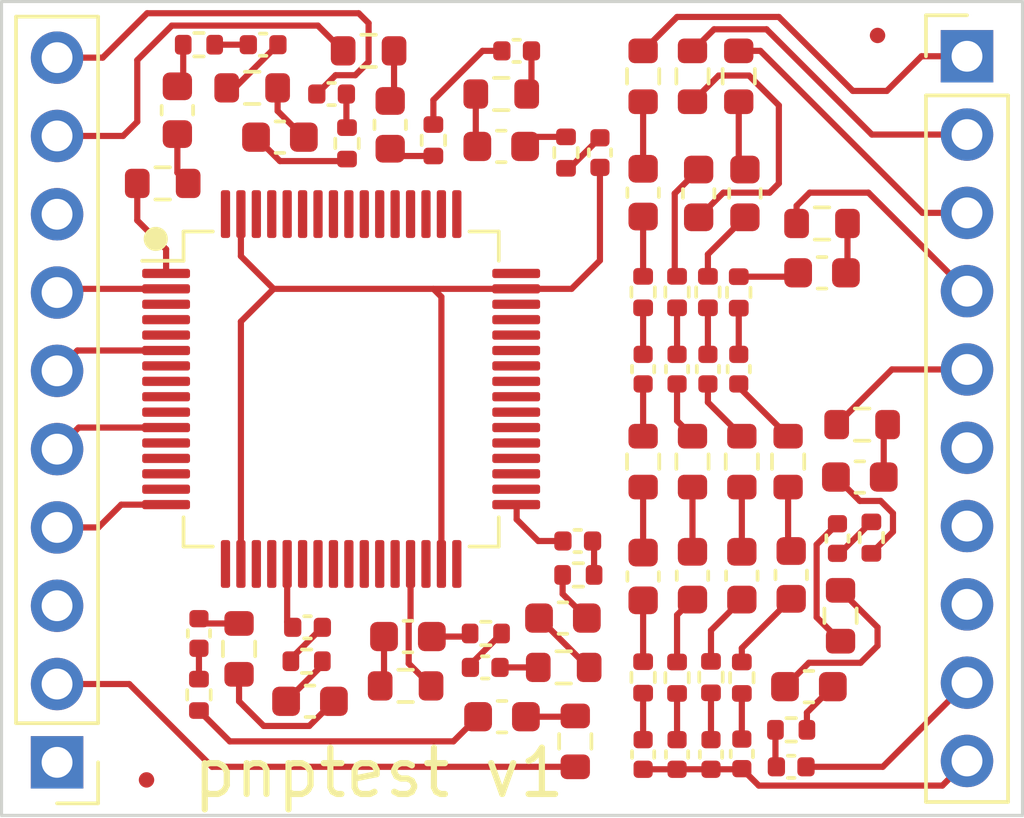
<source format=kicad_pcb>
(kicad_pcb (version 20221018) (generator pcbnew)
  (layers (0 "F.Cu" signal) (31 "B.Cu" signal) (34 "B.Paste" user) (35 "F.Paste" user) (36 "B.SilkS" user "B.Silkscreen") (37 "F.SilkS" user "F.Silkscreen") (38 "B.Mask" user) (39 "F.Mask" user) (44 "Edge.Cuts" user))
  (net 0 "")
  (net 1 "Net-(C1-Pad2)")
  (net 2 "Net-(C2-Pad1)")
  (net 3 "Net-(C2-Pad2)")
  (net 4 "Net-(C3-Pad1)")
  (net 5 "Net-(C3-Pad2)")
  (net 6 "Net-(C4-Pad1)")
  (net 7 "Net-(C4-Pad2)")
  (net 8 "Net-(C5-Pad2)")
  (net 9 "Net-(C6-Pad1)")
  (net 10 "Net-(C6-Pad2)")
  (net 11 "Net-(C7-Pad1)")
  (net 12 "Net-(C7-Pad2)")
  (net 13 "Net-(C8-Pad1)")
  (net 14 "Net-(C8-Pad2)")
  (net 15 "Net-(C9-Pad2)")
  (net 16 "Net-(C10-Pad1)")
  (net 17 "Net-(C10-Pad2)")
  (net 18 "Net-(C11-Pad1)")
  (net 19 "Net-(C11-Pad2)")
  (net 20 "Net-(C12-Pad1)")
  (net 21 "Net-(C12-Pad2)")
  (net 22 "Net-(C13-Pad2)")
  (net 23 "Net-(C14-Pad1)")
  (net 24 "Net-(C14-Pad2)")
  (net 25 "Net-(C15-Pad1)")
  (net 26 "Net-(C15-Pad2)")
  (net 27 "Net-(C16-Pad1)")
  (net 28 "Net-(C16-Pad2)")
  (net 29 "Net-(C17-Pad2)")
  (net 30 "Net-(C18-Pad1)")
  (net 31 "Net-(C18-Pad2)")
  (net 32 "Net-(C19-Pad1)")
  (net 33 "Net-(C19-Pad2)")
  (net 34 "Net-(C20-Pad1)")
  (net 35 "Net-(C20-Pad2)")
  (net 36 "Net-(C21-Pad2)")
  (net 37 "Net-(C22-Pad1)")
  (net 38 "Net-(C22-Pad2)")
  (net 39 "Net-(C23-Pad1)")
  (net 40 "Net-(C23-Pad2)")
  (net 41 "Net-(C24-Pad1)")
  (net 42 "Net-(C24-Pad2)")
  (net 43 "Net-(C25-Pad2)")
  (net 44 "Net-(C26-Pad1)")
  (net 45 "Net-(C26-Pad2)")
  (net 46 "Net-(C27-Pad1)")
  (net 47 "Net-(C27-Pad2)")
  (net 48 "Net-(C28-Pad1)")
  (net 49 "Net-(C28-Pad2)")
  (net 50 "Net-(C29-Pad2)")
  (net 51 "Net-(C30-Pad1)")
  (net 52 "Net-(C30-Pad2)")
  (net 53 "Net-(C31-Pad1)")
  (net 54 "Net-(C31-Pad2)")
  (net 55 "Net-(C32-Pad1)")
  (net 56 "Net-(C32-Pad2)")
  (net 57 "Net-(C33-Pad2)")
  (net 58 "Net-(C34-Pad1)")
  (net 59 "Net-(C34-Pad2)")
  (net 60 "Net-(C35-Pad1)")
  (net 61 "Net-(C35-Pad2)")
  (net 62 "Net-(C36-Pad1)")
  (net 63 "Net-(C36-Pad2)")
  (net 122 "/21")
  (net 127 "/x2")
  (net 128 "/Ax10")
  (net 129 "/Ax9")
  (net 130 "/Ax5")
  (net 131 "/Ax4")
  (net 132 "/Ax1")
  (net 133 "/Ax2")
  (net 134 "/Ax3")
  (net 135 "GND")
  (net 136 "/Bx10")
  (net 137 "/Bx9")
  (net 138 "/1")
  (net 139 "/2")
  (net 140 "/6")
  (net 141 "/5")
  (net 142 "/4")
  (footprint "Capacitor_SMD:C_0603_1608Metric" (layer "F.Cu") (at 168.8 89.5)
    (fp_text reference "C16" hide)
    (fp_text value "0.1uF" hide)
  )
  (footprint "Capacitor_SMD:C_0402_1005Metric" (layer "F.Cu") (at 165.2 105.125 90)
    (fp_text reference "C33" hide)
    (fp_text value "0.1uF 20% 50V" hide)
  )
  (footprint "Capacitor_SMD:C_0402_1005Metric" (layer "F.Cu") (at 164.1 105.125 90)
    (fp_text reference "C29" hide)
    (fp_text value "0.1uF 2%" hide)
  )
  (footprint "Capacitor_SMD:C_0402_1005Metric" (layer "F.Cu") (at 161.6 85.6 90)
    (fp_text reference "C21" hide)
    (fp_text value "0.1uF 3nH" hide)
  )
  (footprint "Capacitor_SMD:C_0402_1005Metric" (layer "F.Cu") (at 148.6 101.2 -90)
    (fp_text reference "C11" hide)
    (fp_text value "0.1µF 1V X5R" hide)
  )
  (footprint "Capacitor_SMD:C_0603_1608Metric" (layer "F.Cu") (at 154.8 84.7 90)
    (fp_text reference "C24" hide)
    (fp_text value "0.1uF" hide)
  )
  (footprint "Fiducial:Fiducial_0.5mm_Mask1.5mm" (layer "F.Cu") (at 146.9 105.95)
    (fp_text reference "FID1" hide)
    (fp_text value "Fiducial" hide)
  )
  (footprint "Capacitor_SMD:C_0603_1608Metric" (layer "F.Cu") (at 166.2 99.325 90)
    (fp_text reference "C34" hide)
    (fp_text value "0.1uF" hide)
  )
  (footprint "Resistor_SMD:R_0402_1005Metric" (layer "F.Cu") (at 157.9 101.2 180)
    (fp_text reference "R7" hide)
    (fp_text value "10k" hide)
  )
  (footprint "Capacitor_SMD:C_0402_1005Metric" (layer "F.Cu") (at 163 92.625 90)
    (fp_text reference "C27" hide)
    (fp_text value "0.1u" hide)
  )
  (footprint "Connector_PinHeader_2.54mm:PinHeader_1x10_P2.54mm_Vertical" (layer "F.Cu") (at 173.5 82.475)
    (fp_text reference "J2" hide)
    (fp_text value "Conn_01x10_Pin" hide)
  )
  (footprint "Capacitor_SMD:C_0402_1005Metric" (layer "F.Cu") (at 157.88 102.3 180)
    (fp_text reference "C7" hide)
    (fp_text value "0.1uF" hide)
  )
  (footprint "Resistor_SMD:R_0603_1608Metric" (layer "F.Cu") (at 170.1 94.425 180)
    (fp_text reference "R20" hide)
    (fp_text value "10kR" hide)
  )
  (footprint "Capacitor_SMD:C_0402_1005Metric" (layer "F.Cu") (at 165.1 92.625 90)
    (fp_text reference "C35" hide)
    (fp_text value "0.1µ" hide)
  )
  (footprint "Resistor_SMD:R_0402_1005Metric" (layer "F.Cu") (at 165.1 90.125 90)
    (fp_text reference "R35" hide)
    (fp_text value "10kΩ 50V" hide)
  )
  (footprint "Capacitor_SMD:C_0402_1005Metric" (layer "F.Cu") (at 163 105.125 90)
    (fp_text reference "C25" hide)
    (fp_text value "100n" hide)
  )
  (footprint "Resistor_SMD:R_0402_1005Metric" (layer "F.Cu") (at 160.9 99.3 180)
    (fp_text reference "R5" hide)
    (fp_text value "10k" hide)
  )
  (footprint "Capacitor_SMD:C_0402_1005Metric" (layer "F.Cu") (at 164.1 92.625 90)
    (fp_text reference "C31" hide)
    (fp_text value "0.1uF" hide)
  )
  (footprint "Capacitor_SMD:C_0603_1608Metric" (layer "F.Cu") (at 166.3 86.925 90)
    (fp_text reference "C36" hide)
    (fp_text value "0.1uF" hide)
  )
  (footprint "Resistor_SMD:R_0402_1005Metric" (layer "F.Cu") (at 153.4 85.3 -90)
    (fp_text reference "R1" hide)
    (fp_text value "10k 0.0625W 1%" hide)
  )
  (footprint "Capacitor_SMD:C_0603_1608Metric" (layer "F.Cu") (at 163 99.35 90)
    (fp_text reference "C26" hide)
    (fp_text value "0.1uF" hide)
  )
  (footprint "Capacitor_SMD:C_0402_1005Metric" (layer "F.Cu") (at 152.12 101)
    (fp_text reference "C9" hide)
    (fp_text value "100nF 3V" hide)
  )
  (footprint "Resistor_SMD:R_0402_1005Metric" (layer "F.Cu") (at 163 90.125 90)
    (fp_text reference "R27" hide)
    (fp_text value "10000Ω" hide)
  )
  (footprint "Resistor_SMD:R_0603_1608Metric" (layer "F.Cu") (at 158.4 83.7)
    (fp_text reference "R22" hide)
    (fp_text value "10000" hide)
  )
  (footprint "Capacitor_SMD:C_0402_1005Metric" (layer "F.Cu") (at 169.3 98.12 -90)
    (fp_text reference "C19" hide)
    (fp_text value "0.1uF 11% 5V" hide)
  )
  (footprint "Capacitor_SMD:C_0402_1005Metric" (layer "F.Cu") (at 150.68 82.1 180)
    (fp_text reference "C3" hide)
    (fp_text value "0.1uF" hide)
  )
  (footprint "Resistor_SMD:R_0402_1005Metric" (layer "F.Cu") (at 170.4 98.09 -90)
    (fp_text reference "R19" hide)
    (fp_text value "10k" hide)
  )
  (footprint "Capacitor_SMD:C_0603_1608Metric" (layer "F.Cu") (at 151.225 85.1)
    (fp_text reference "C2" hide)
    (fp_text value "0.1uF" hide)
  )
  (footprint "Resistor_SMD:R_0603_1608Metric" (layer "F.Cu") (at 166.2 95.625 90)
    (fp_text reference "R34" hide)
    (fp_text value "10k" hide)
  )
  (footprint "Resistor_SMD:R_0603_1608Metric" (layer "F.Cu") (at 167.7 95.625 90)
    (fp_text reference "R14" hide)
    (fp_text value "10k" hide)
  )
  (footprint "Resistor_SMD:R_0603_1608Metric" (layer "F.Cu") (at 155.3 102.9)
    (fp_text reference "R8" hide)
    (fp_text value "10k" hide)
  )
  (footprint "Resistor_SMD:R_0603_1608Metric" (layer "F.Cu") (at 160.8 104.7 -90)
    (fp_text reference "R12" hide)
    (fp_text value "10k" hide)
  )
  (footprint "Capacitor_SMD:C_0402_1005Metric" (layer "F.Cu") (at 160.88 98.2)
    (fp_text reference "C5" hide)
    (fp_text value "100nF" hide)
  )
  (footprint "Resistor_SMD:R_0402_1005Metric" (layer "F.Cu") (at 166.1 90.135 90)
    (fp_text reference "R15" hide)
    (fp_text value "10k 2W 1% 50kV" hide)
  )
  (footprint "Resistor_SMD:R_0603_1608Metric" (layer "F.Cu") (at 166.1 83.125 90)
    (fp_text reference "R36" hide)
    (fp_text value "10k" hide)
  )
  (footprint "Connector_PinHeader_2.54mm:PinHeader_1x10_P2.54mm_Vertical" (layer "F.Cu") (at 144 105.38 180)
    (fp_text reference "J1" hide)
    (fp_text value "Conn_01x10_Pin" hide)
  )
  (footprint "Capacitor_SMD:C_0402_1005Metric" (layer "F.Cu") (at 166.1 92.625 90)
    (fp_text reference "C15" hide)
    (fp_text value "100nF X5R" hide)
  )
  (footprint "Capacitor_SMD:C_0603_1608Metric" (layer "F.Cu") (at 155.375 101.3 180)
    (fp_text reference "C8" hide)
    (fp_text value "0.1uF X7R 57V" hide)
  )
  (footprint "Resistor_SMD:R_0402_1005Metric" (layer "F.Cu") (at 148.6 103.19 -90)
    (fp_text reference "R11" hide)
    (fp_text value "10k 0.06W" hide)
  )
  (footprint "Resistor_SMD:R_0402_1005Metric" (layer "F.Cu") (at 156.2 85.2 -90)
    (fp_text reference "R23" hide)
    (fp_text value "10k" hide)
  )
  (footprint "Capacitor_SMD:C_0603_1608Metric" (layer "F.Cu") (at 160.4 100.7 180)
    (fp_text reference "C6" hide)
    (fp_text value "0.1uF" hide)
  )
  (footprint "Capacitor_SMD:C_0603_1608Metric" (layer "F.Cu") (at 168.375 102.925 180)
    (fp_text reference "C18" hide)
    (fp_text value "0.1uF" hide)
  )
  (footprint "Resistor_SMD:R_0603_1608Metric" (layer "F.Cu") (at 164.6 95.625 90)
    (fp_text reference "R30" hide)
    (fp_text value "10k" hide)
  )
  (footprint "Resistor_SMD:R_0603_1608Metric" (layer "F.Cu") (at 163 95.625 90)
    (fp_text reference "R26" hide)
    (fp_text value "10k" hide)
  )
  (footprint "Resistor_SMD:R_0603_1608Metric" (layer "F.Cu") (at 149.9 101.7 90)
    (fp_text reference "R10" hide)
    (fp_text value "10k" hide)
  )
  (footprint "Capacitor_SMD:C_0402_1005Metric" (layer "F.Cu") (at 152.9 83.7)
    (fp_text reference "C1" hide)
    (fp_text value "0.1uF" hide)
  )
  (footprint "Resistor_SMD:R_0402_1005Metric" (layer "F.Cu") (at 164.1 90.125 90)
    (fp_text reference "R31" hide)
    (fp_text value "10k 49V" hide)
  )
  (footprint "Capacitor_SMD:C_0603_1608Metric" (layer "F.Cu") (at 163 86.9 90)
    (fp_text reference "C28" hide)
    (fp_text value "0.10001uF" hide)
  )
  (footprint "Capacitor_SMD:C_0603_1608Metric" (layer "F.Cu") (at 164.6 99.325 90)
    (fp_text reference "C30" hide)
    (fp_text value "0.1uF" hide)
  )
  (footprint "Resistor_SMD:R_0402_1005Metric" (layer "F.Cu") (at 152.09 102.1)
    (fp_text reference "R9" hide)
    (fp_text value "10k" hide)
  )
  (footprint "Capacitor_SMD:C_0603_1608Metric" (layer "F.Cu") (at 170.025 96.125)
    (fp_text reference "C20" hide)
    (fp_text value "0.1uF" hide)
  )
  (footprint "Resistor_SMD:R_0402_1005Metric" (layer "F.Cu") (at 148.6 82.1 180)
    (fp_text reference "R3" hide)
    (fp_text value "10k 1%" hide)
  )
  (footprint "Resistor_SMD:R_0603_1608Metric" (layer "F.Cu") (at 147.425 86.6 180)
    (fp_text reference "R4" hide)
    (fp_text value "10k" hide)
  )
  (footprint "Resistor_SMD:R_0603_1608Metric" (layer "F.Cu") (at 154.1 82.3 180)
    (fp_text reference "R24" hide)
    (fp_text value "10k" hide)
  )
  (footprint "Resistor_SMD:R_0402_1005Metric" (layer "F.Cu") (at 165.2 102.615 90)
    (fp_text reference "R33" hide)
    (fp_text value "10k" hide)
  )
  (footprint "Resistor_SMD:R_0402_1005Metric" (layer "F.Cu") (at 164.1 102.635 90)
    (fp_text reference "R29" hide)
    (fp_text value "10k" hide)
  )
  (footprint "Package_QFP:LQFP-64_10x10mm_P0.5mm" (layer "F.Cu") (at 153.21 93.27)
    (fp_text reference "U1" hide)
    (fp_text value "STM32F730R8Tx" hide)
  )
  (footprint "Capacitor_SMD:C_0603_1608Metric" (layer "F.Cu") (at 147.9 84.225 -90)
    (fp_text reference "C4" hide)
    (fp_text value "0.1u" hide)
  )
  (footprint "Capacitor_SMD:C_0603_1608Metric" (layer "F.Cu") (at 158.425 103.9)
    (fp_text reference "C12" hide)
    (fp_text value "0.1uF" hide)
  )
  (footprint "Resistor_SMD:R_0603_1608Metric" (layer "F.Cu") (at 163 83.125 90)
    (fp_text reference "R28" hide)
    (fp_text value "10k" hide)
  )
  (footprint "Capacitor_SMD:C_0603_1608Metric" (layer "F.Cu") (at 164.8 86.925 -90)
    (fp_text reference "C32" hide)
    (fp_text value "0.1uF" hide)
  )
  (footprint "Resistor_SMD:R_0402_1005Metric" (layer "F.Cu") (at 166.2 102.635 90)
    (fp_text reference "R13" hide)
    (fp_text value "10k" hide)
  )
  (footprint "Resistor_SMD:R_0603_1608Metric" (layer "F.Cu") (at 164.6 83.125 90)
    (fp_text reference "R32" hide)
    (fp_text value "10.001k" hide)
  )
  (footprint "Capacitor_SMD:C_0402_1005Metric" (layer "F.Cu") (at 167.8 105.525 180)
    (fp_text reference "C17" hide)
    (fp_text value "0.1uF" hide)
  )
  (footprint "Resistor_SMD:R_0603_1608Metric" (layer "F.Cu") (at 150.325 83.5 180)
    (fp_text reference "R2" hide)
    (fp_text value "10k" hide)
  )
  (footprint "Resistor_SMD:R_0402_1005Metric" (layer "F.Cu") (at 167.8 104.325)
    (fp_text reference "R17" hide)
    (fp_text value "10k" hide)
  )
  (footprint "Capacitor_SMD:C_0603_1608Metric" (layer "F.Cu") (at 158.4 85.4 180)
    (fp_text reference "C22" hide)
    (fp_text value "0.1uF" hide)
  )
  (footprint "Resistor_SMD:R_0402_1005Metric" (layer "F.Cu") (at 160.5 85.6 90)
    (fp_text reference "R21" hide)
    (fp_text value "10k 5% 10ppm" hide)
  )
  (footprint "Capacitor_SMD:C_0603_1608Metric" (layer "F.Cu") (at 167.8 99.3 90)
    (fp_text reference "C14" hide)
    (fp_text value "0.1uF" hide)
  )
  (footprint "Capacitor_SMD:C_0402_1005Metric" (layer "F.Cu") (at 166.2 105.105 90)
    (fp_text reference "C13" hide)
    (fp_text value "0.1uF 5V" hide)
  )
  (footprint "Capacitor_SMD:C_0603_1608Metric" (layer "F.Cu") (at 152.2 103.4)
    (fp_text reference "C10" hide)
    (fp_text value "0.1uF" hide)
  )
  (footprint "Resistor_SMD:R_0603_1608Metric" (layer "F.Cu") (at 169.4 100.625 -90)
    (fp_text reference "R18" hide)
    (fp_text value "10000R" hide)
  )
  (footprint "Resistor_SMD:R_0603_1608Metric" (layer "F.Cu") (at 168.8 87.9 180)
    (fp_text reference "R16" hide)
    (fp_text value "10k" hide)
  )
  (footprint "Capacitor_SMD:C_0402_1005Metric" (layer "F.Cu") (at 158.9 82.3 180)
    (fp_text reference "C23" hide)
    (fp_text value "0.1uF" hide)
  )
  (footprint "Resistor_SMD:R_0402_1005Metric" (layer "F.Cu") (at 163 102.625 90)
    (fp_text reference "R25" hide)
    (fp_text value "10k" hide)
  )
  (footprint "Fiducial:Fiducial_0.5mm_Mask1.5mm" (layer "F.Cu") (at 170.6 81.8)
    (fp_text reference "FID2" hide)
    (fp_text value "Fiducial" hide)
  )
  (footprint "Resistor_SMD:R_0603_1608Metric" (layer "F.Cu") (at 160.425 102.3 180)
    (fp_text reference "R6" hide)
    (fp_text value "10k" hide)
  )
  (gr_circle (center 147.2 88.4) (end 147.516228 88.4) (stroke (width 0.15)) (fill solid) (layer "F.SilkS"))
  (gr_line (start 175.3 107.1) (end 142.2 107.1) (stroke (width 0.1)) (layer "Edge.Cuts"))
  (gr_line (start 142.2 80.7) (end 175.3 80.7) (stroke (width 0.1)) (layer "Edge.Cuts"))
  (gr_line (start 142.2 107.1) (end 142.2 80.7) (stroke (width 0.1)) (layer "Edge.Cuts"))
  (gr_line (start 175.3 80.7) (end 175.3 107.1) (stroke (width 0.1)) (layer "Edge.Cuts"))
  (gr_text "pnptest v1" (at 148.3 106.6) (layer "F.SilkS") (effects (font (size 1.5 1.5) (thickness 0.2)) (justify left bottom)))
  (segment (start 155.46 100.772538) (end 155.4 100.832538) (width 0.2) (layer "F.Cu") (net 0))
  (segment (start 159.6 98.2) (end 158.9 97.5) (width 0.2) (layer "F.Cu") (net 0))
  (segment (start 155.4 102.175) (end 156.125 102.9) (width 0.2) (layer "F.Cu") (net 0))
  (segment (start 155.4 100.832538) (end 155.4 102.175) (width 0.2) (layer "F.Cu") (net 0))
  (segment (start 158.9 97.5) (end 158.9 97.035) (width 0.2) (layer "F.Cu") (net 0))
  (segment (start 158.9 97.035) (end 158.885 97.02) (width 0.2) (layer "F.Cu") (net 0))
  (segment (start 155.46 98.945) (end 155.46 100.772538) (width 0.2) (layer "F.Cu") (net 0))
  (segment (start 160.4 98.2) (end 159.6 98.2) (width 0.2) (layer "F.Cu") (net 0))
  (segment (start 153.38 84.77) (end 153.4 84.79) (width 0.2) (layer "F.Cu") (net 1))
  (segment (start 153.38 83.7) (end 153.38 84.77) (width 0.2) (layer "F.Cu") (net 1))
  (segment (start 153.4 85.81) (end 153.335 85.875) (width 0.2) (layer "F.Cu") (net 2))
  (segment (start 153.335 85.875) (end 151.225 85.875) (width 0.2) (layer "F.Cu") (net 2))
  (segment (start 151.225 85.875) (end 150.45 85.1) (width 0.2) (layer "F.Cu") (net 2))
  (segment (start 151.15 84.25) (end 152 85.1) (width 0.2) (layer "F.Cu") (net 3))
  (segment (start 151.15 83.5) (end 151.15 84.25) (width 0.2) (layer "F.Cu") (net 3))
  (segment (start 149.76 83.5) (end 149.5 83.5) (width 0.2) (layer "F.Cu") (net 4))
  (segment (start 151.16 82.1) (end 149.76 83.5) (width 0.2) (layer "F.Cu") (net 4))
  (segment (start 150.2 82.1) (end 149.11 82.1) (width 0.2) (layer "F.Cu") (net 5))
  (segment (start 148.09 82.1) (end 148.09 83.26) (width 0.2) (layer "F.Cu") (net 6))
  (segment (start 148.09 83.26) (end 147.9 83.45) (width 0.2) (layer "F.Cu") (net 6))
  (segment (start 147.9 85) (end 147.9 86.25) (width 0.2) (layer "F.Cu") (net 7))
  (segment (start 147.9 86.25) (end 148.25 86.6) (width 0.2) (layer "F.Cu") (net 7))
  (segment (start 161.41 98.25) (end 161.36 98.2) (width 0.2) (layer "F.Cu") (net 8))
  (segment (start 161.41 99.3) (end 161.41 98.25) (width 0.2) (layer "F.Cu") (net 8))
  (segment (start 160.39 99.915) (end 161.175 100.7) (width 0.2) (layer "F.Cu") (net 9))
  (segment (start 160.39 99.3) (end 160.39 99.915) (width 0.2) (layer "F.Cu") (net 9))
  (segment (start 161.225 102.3) (end 159.625 100.7) (width 0.2) (layer "F.Cu") (net 10))
  (segment (start 161.25 102.3) (end 161.225 102.3) (width 0.2) (layer "F.Cu") (net 10))
  (segment (start 158.36 102.3) (end 159.6 102.3) (width 0.2) (layer "F.Cu") (net 11))
  (segment (start 157.4 102.21) (end 158.41 101.2) (width 0.2) (layer "F.Cu") (net 12))
  (segment (start 157.4 102.3) (end 157.4 102.21) (width 0.2) (layer "F.Cu") (net 12))
  (segment (start 157.29 101.3) (end 157.39 101.2) (width 0.2) (layer "F.Cu") (net 13))
  (segment (start 156.15 101.3) (end 157.29 101.3) (width 0.2) (layer "F.Cu") (net 13))
  (segment (start 154.6 101.3) (end 154.6 102.775) (width 0.2) (layer "F.Cu") (net 14))
  (segment (start 154.6 102.775) (end 154.475 102.9) (width 0.2) (layer "F.Cu") (net 14))
  (segment (start 151.58 102.1) (end 151.58 102.02) (width 0.2) (layer "F.Cu") (net 15))
  (segment (start 151.58 102.02) (end 152.6 101) (width 0.2) (layer "F.Cu") (net 15))
  (segment (start 152.6 102.1) (end 152.6 102.225) (width 0.2) (layer "F.Cu") (net 16))
  (segment (start 152.6 102.225) (end 151.425 103.4) (width 0.2) (layer "F.Cu") (net 16))
  (segment (start 149.9 103.4) (end 150.7 104.2) (width 0.2) (layer "F.Cu") (net 17))
  (segment (start 150.7 104.2) (end 152.175 104.2) (width 0.2) (layer "F.Cu") (net 17))
  (segment (start 152.175 104.2) (end 152.975 103.4) (width 0.2) (layer "F.Cu") (net 17))
  (segment (start 149.9 102.525) (end 149.9 103.4) (width 0.2) (layer "F.Cu") (net 17))
  (segment (start 148.755 100.875) (end 148.6 100.72) (width 0.2) (layer "F.Cu") (net 18))
  (segment (start 149.9 100.875) (end 148.755 100.875) (width 0.2) (layer "F.Cu") (net 18))
  (segment (start 148.6 101.68) (end 148.6 102.68) (width 0.2) (layer "F.Cu") (net 19))
  (segment (start 149.6 104.7) (end 148.6 103.7) (width 0.2) (layer "F.Cu") (net 20))
  (segment (start 157.65 103.9) (end 156.85 104.7) (width 0.2) (layer "F.Cu") (net 20))
  (segment (start 156.85 104.7) (end 149.6 104.7) (width 0.2) (layer "F.Cu") (net 20))
  (segment (start 160.775 103.9) (end 160.8 103.875) (width 0.2) (layer "F.Cu") (net 21))
  (segment (start 159.2 103.9) (end 160.775 103.9) (width 0.2) (layer "F.Cu") (net 21))
  (segment (start 166.2 103.145) (end 166.2 104.625) (width 0.2) (layer "F.Cu") (net 22))
  (segment (start 166.2 102.125) (end 166.2 101.675) (width 0.2) (layer "F.Cu") (net 23))
  (segment (start 166.2 101.675) (end 167.8 100.075) (width 0.2) (layer "F.Cu") (net 23))
  (segment (start 167.7 98.425) (end 167.8 98.525) (width 0.2) (layer "F.Cu") (net 24))
  (segment (start 167.7 96.45) (end 167.7 98.425) (width 0.2) (layer "F.Cu") (net 24))
  (segment (start 166.1 93.2) (end 167.7 94.8) (width 0.2) (layer "F.Cu") (net 25))
  (segment (start 166.1 93.105) (end 166.1 93.2) (width 0.2) (layer "F.Cu") (net 25))
  (segment (start 166.1 90.645) (end 166.1 92.145) (width 0.2) (layer "F.Cu") (net 26))
  (segment (start 167.9 89.625) (end 168.025 89.5) (width 0.2) (layer "F.Cu") (net 27))
  (segment (start 166.1 89.625) (end 167.9 89.625) (width 0.2) (layer "F.Cu") (net 27))
  (segment (start 169.625 87.9) (end 169.625 89.45) (width 0.2) (layer "F.Cu") (net 28))
  (segment (start 169.625 89.45) (end 169.575 89.5) (width 0.2) (layer "F.Cu") (net 28))
  (segment (start 167.29 105.495) (end 167.32 105.525) (width 0.2) (layer "F.Cu") (net 29))
  (segment (start 167.29 104.325) (end 167.29 105.495) (width 0.2) (layer "F.Cu") (net 29))
  (segment (start 168.31 104.325) (end 168.31 103.765) (width 0.2) (layer "F.Cu") (net 30))
  (segment (start 168.31 103.765) (end 169.15 102.925) (width 0.2) (layer "F.Cu") (net 30))
  (segment (start 168.375 102.15) (end 170.05 102.15) (width 0.2) (layer "F.Cu") (net 31))
  (segment (start 167.6 102.925) (end 168.375 102.15) (width 0.2) (layer "F.Cu") (net 31))
  (segment (start 170.6 101) (end 169.4 99.8) (width 0.2) (layer "F.Cu") (net 31))
  (segment (start 170.05 102.15) (end 170.6 101.6) (width 0.2) (layer "F.Cu") (net 31))
  (segment (start 170.6 101.6) (end 170.6 101) (width 0.2) (layer "F.Cu") (net 31))
  (segment (start 168.625 98.315) (end 169.3 97.64) (width 0.2) (layer "F.Cu") (net 32))
  (segment (start 169.4 101.45) (end 168.625 100.675) (width 0.2) (layer "F.Cu") (net 32))
  (segment (start 168.625 100.675) (end 168.625 98.315) (width 0.2) (layer "F.Cu") (net 32))
  (segment (start 169.3 98.6) (end 169.38 98.6) (width 0.2) (layer "F.Cu") (net 33))
  (segment (start 169.38 98.6) (end 170.4 97.58) (width 0.2) (layer "F.Cu") (net 33))
  (segment (start 170.025 96.9) (end 169.25 96.125) (width 0.2) (layer "F.Cu") (net 34))
  (segment (start 171.1 97.3) (end 170.7 96.9) (width 0.2) (layer "F.Cu") (net 34))
  (segment (start 170.4 98.6) (end 171.1 97.9) (width 0.2) (layer "F.Cu") (net 34))
  (segment (start 171.1 97.9) (end 171.1 97.3) (width 0.2) (layer "F.Cu") (net 34))
  (segment (start 170.7 96.9) (end 170.025 96.9) (width 0.2) (layer "F.Cu") (net 34))
  (segment (start 170.8 94.55) (end 170.925 94.425) (width 0.2) (layer "F.Cu") (net 35))
  (segment (start 170.8 96.125) (end 170.8 94.55) (width 0.2) (layer "F.Cu") (net 35))
  (segment (start 160.61 86.11) (end 161.6 85.12) (width 0.2) (layer "F.Cu") (net 36))
  (segment (start 160.5 86.11) (end 160.61 86.11) (width 0.2) (layer "F.Cu") (net 36))
  (segment (start 160.5 85.09) (end 159.485 85.09) (width 0.2) (layer "F.Cu") (net 37))
  (segment (start 159.485 85.09) (end 159.175 85.4) (width 0.2) (layer "F.Cu") (net 37))
  (segment (start 157.575 85.35) (end 157.625 85.4) (width 0.2) (layer "F.Cu") (net 38))
  (segment (start 157.575 83.7) (end 157.575 85.35) (width 0.2) (layer "F.Cu") (net 38))
  (segment (start 159.38 83.545) (end 159.225 83.7) (width 0.2) (layer "F.Cu") (net 39))
  (segment (start 159.38 82.3) (end 159.38 83.545) (width 0.2) (layer "F.Cu") (net 39))
  (segment (start 158.42 82.3) (end 157.792893 82.3) (width 0.2) (layer "F.Cu") (net 40))
  (segment (start 157.792893 82.3) (end 156.2 83.892893) (width 0.2) (layer "F.Cu") (net 40))
  (segment (start 156.2 83.892893) (end 156.2 84.69) (width 0.2) (layer "F.Cu") (net 40))
  (segment (start 156.2 85.71) (end 155.035 85.71) (width 0.2) (layer "F.Cu") (net 41))
  (segment (start 155.035 85.71) (end 154.8 85.475) (width 0.2) (layer "F.Cu") (net 41))
  (segment (start 154.925 82.3) (end 154.925 83.8) (width 0.2) (layer "F.Cu") (net 42))
  (segment (start 154.925 83.8) (end 154.8 83.925) (width 0.2) (layer "F.Cu") (net 42))
  (segment (start 163 103.135) (end 163 104.645) (width 0.2) (layer "F.Cu") (net 43))
  (segment (start 163 102.115) (end 163 100.125) (width 0.2) (layer "F.Cu") (net 44))
  (segment (start 163 96.45) (end 163 98.575) (width 0.2) (layer "F.Cu") (net 45))
  (segment (start 163 93.105) (end 163 94.8) (width 0.2) (layer "F.Cu") (net 46))
  (segment (start 163 90.635) (end 163 92.145) (width 0.2) (layer "F.Cu") (net 47))
  (segment (start 163 89.615) (end 163 87.675) (width 0.2) (layer "F.Cu") (net 48))
  (segment (start 163 83.95) (end 163 86.125) (width 0.2) (layer "F.Cu") (net 49))
  (segment (start 164.1 103.145) (end 164.1 104.645) (width 0.2) (layer "F.Cu") (net 50))
  (segment (start 164.1 102.125) (end 164.1 100.6) (width 0.2) (layer "F.Cu") (net 51))
  (segment (start 164.1 100.6) (end 164.6 100.1) (width 0.2) (layer "F.Cu") (net 51))
  (segment (start 164.6 96.45) (end 164.6 98.55) (width 0.2) (layer "F.Cu") (net 52))
  (segment (start 164.1 93.105) (end 164.1 94.3) (width 0.2) (layer "F.Cu") (net 53))
  (segment (start 164.1 94.3) (end 164.6 94.8) (width 0.2) (layer "F.Cu") (net 53))
  (segment (start 164.1 90.635) (end 164.1 92.145) (width 0.2) (layer "F.Cu") (net 54))
  (segment (start 164.025 89.54) (end 164.025 86.925) (width 0.2) (layer "F.Cu") (net 55))
  (segment (start 164.1 89.615) (end 164.025 89.54) (width 0.2) (layer "F.Cu") (net 55))
  (segment (start 164.025 86.925) (end 164.8 86.15) (width 0.2) (layer "F.Cu") (net 55))
  (segment (start 167.4 84.067893) (end 167.4 86.6) (width 0.2) (layer "F.Cu") (net 56))
  (segment (start 164.6 83.95) (end 165.45 83.1) (width 0.2) (layer "F.Cu") (net 56))
  (segment (start 167.1 86.9) (end 165.6 86.9) (width 0.2) (layer "F.Cu") (net 56))
  (segment (start 166.432106 83.1) (end 167.4 84.067893) (width 0.2) (layer "F.Cu") (net 56))
  (segment (start 167.4 86.6) (end 167.1 86.9) (width 0.2) (layer "F.Cu") (net 56))
  (segment (start 165.6 86.9) (end 164.8 87.7) (width 0.2) (layer "F.Cu") (net 56))
  (segment (start 165.45 83.1) (end 166.432106 83.1) (width 0.2) (layer "F.Cu") (net 56))
  (segment (start 165.2 103.125) (end 165.2 104.645) (width 0.2) (layer "F.Cu") (net 57))
  (segment (start 165.2 101.1) (end 166.2 100.1) (width 0.2) (layer "F.Cu") (net 58))
  (segment (start 165.2 102.105) (end 165.2 101.1) (width 0.2) (layer "F.Cu") (net 58))
  (segment (start 166.2 96.45) (end 166.2 98.55) (width 0.2) (layer "F.Cu") (net 59))
  (segment (start 165.1 93.7) (end 166.2 94.8) (width 0.2) (layer "F.Cu") (net 60))
  (segment (start 165.1 93.105) (end 165.1 93.7) (width 0.2) (layer "F.Cu") (net 60))
  (segment (start 165.1 90.635) (end 165.1 92.145) (width 0.2) (layer "F.Cu") (net 61))
  (segment (start 165.1 88.9) (end 166.3 87.7) (width 0.2) (layer "F.Cu") (net 62))
  (segment (start 165.1 89.615) (end 165.1 88.9) (width 0.2) (layer "F.Cu") (net 62))
  (segment (start 166.1 85.95) (end 166.3 86.15) (width 0.2) (layer "F.Cu") (net 63))
  (segment (start 166.1 83.95) (end 166.1 85.95) (width 0.2) (layer "F.Cu") (net 63))
  (segment (start 151.46 98.945) (end 151.46 100.82) (width 0.2) (layer "F.Cu") (net 122))
  (segment (start 151.46 100.82) (end 151.64 101) (width 0.2) (layer "F.Cu") (net 122))
  (segment (start 160.8 105.525) (end 149.025 105.525) (width 0.2) (layer "F.Cu") (net 127))
  (segment (start 149.025 105.525) (end 146.34 102.84) (width 0.2) (layer "F.Cu") (net 127))
  (segment (start 146.34 102.84) (end 144 102.84) (width 0.2) (layer "F.Cu") (net 127))
  (segment (start 163 105.605) (end 164.1 105.605) (width 0.2) (layer "F.Cu") (net 128))
  (segment (start 166.2 105.585) (end 166.75 106.135) (width 0.2) (layer "F.Cu") (net 128))
  (segment (start 166.18 105.605) (end 166.2 105.585) (width 0.2) (layer "F.Cu") (net 128))
  (segment (start 165.2 105.605) (end 166.18 105.605) (width 0.2) (layer "F.Cu") (net 128))
  (segment (start 166.75 106.135) (end 172.7 106.135) (width 0.2) (layer "F.Cu") (net 128))
  (segment (start 164.1 105.605) (end 165.2 105.605) (width 0.2) (layer "F.Cu") (net 128))
  (segment (start 172.7 106.135) (end 173.5 105.335) (width 0.2) (layer "F.Cu") (net 128))
  (segment (start 168.28 105.525) (end 170.77 105.525) (width 0.2) (layer "F.Cu") (net 129))
  (segment (start 170.77 105.525) (end 173.5 102.795) (width 0.2) (layer "F.Cu") (net 129))
  (segment (start 171.065 92.635) (end 169.275 94.425) (width 0.2) (layer "F.Cu") (net 130))
  (segment (start 173.5 92.635) (end 171.065 92.635) (width 0.2) (layer "F.Cu") (net 130))
  (segment (start 170.305 86.9) (end 173.5 90.095) (width 0.2) (layer "F.Cu") (net 131))
  (segment (start 167.975 87.325) (end 168.4 86.9) (width 0.2) (layer "F.Cu") (net 131))
  (segment (start 167.975 87.9) (end 167.975 87.325) (width 0.2) (layer "F.Cu") (net 131))
  (segment (start 168.4 86.9) (end 170.305 86.9) (width 0.2) (layer "F.Cu") (net 131))
  (segment (start 169.8 83.6) (end 167.4 81.2) (width 0.2) (layer "F.Cu") (net 132))
  (segment (start 170.9 83.6) (end 169.8 83.6) (width 0.2) (layer "F.Cu") (net 132))
  (segment (start 164.1 81.2) (end 163 82.3) (width 0.2) (layer "F.Cu") (net 132))
  (segment (start 173.5 82.475) (end 172.025 82.475) (width 0.2) (layer "F.Cu") (net 132))
  (segment (start 172.025 82.475) (end 170.9 83.6) (width 0.2) (layer "F.Cu") (net 132))
  (segment (start 167.4 81.2) (end 164.1 81.2) (width 0.2) (layer "F.Cu") (net 132))
  (segment (start 170.415 85.015) (end 167 81.6) (width 0.2) (layer "F.Cu") (net 133))
  (segment (start 167 81.6) (end 165.3 81.6) (width 0.2) (layer "F.Cu") (net 133))
  (segment (start 165.3 81.6) (end 164.6 82.3) (width 0.2) (layer "F.Cu") (net 133))
  (segment (start 173.5 85.015) (end 170.415 85.015) (width 0.2) (layer "F.Cu") (net 133))
  (segment (start 166.8 82.3) (end 172.055 87.555) (width 0.2) (layer "F.Cu") (net 134))
  (segment (start 172.055 87.555) (end 173.5 87.555) (width 0.2) (layer "F.Cu") (net 134))
  (segment (start 166.1 82.3) (end 166.8 82.3) (width 0.2) (layer "F.Cu") (net 134))
  (segment (start 156.2 90.02) (end 151.02 90.02) (width 0.2) (layer "F.Cu") (net 135))
  (segment (start 149.96 98.945) (end 149.96 91.08) (width 0.2) (layer "F.Cu") (net 135))
  (segment (start 156.46 90.28) (end 156.2 90.02) (width 0.2) (layer "F.Cu") (net 135))
  (segment (start 151.02 90.02) (end 149.96 88.96) (width 0.2) (layer "F.Cu") (net 135))
  (segment (start 156.46 98.945) (end 156.46 90.28) (width 0.2) (layer "F.Cu") (net 135))
  (segment (start 161.6 86.08) (end 161.6 89.1) (width 0.2) (layer "F.Cu") (net 135))
  (segment (start 158.885 90.02) (end 156.2 90.02) (width 0.2) (layer "F.Cu") (net 135))
  (segment (start 149.96 91.08) (end 151.02 90.02) (width 0.2) (layer "F.Cu") (net 135))
  (segment (start 161.6 89.1) (end 160.68 90.02) (width 0.2) (layer "F.Cu") (net 135))
  (segment (start 149.96 88.96) (end 149.96 87.595) (width 0.2) (layer "F.Cu") (net 135))
  (segment (start 158.885 90.02) (end 160.68 90.02) (width 0.2) (layer "F.Cu") (net 135))
  (segment (start 154.1 82.657107) (end 153.667107 83.09) (width 0.2) (layer "F.Cu") (net 136))
  (segment (start 144 82.52) (end 145.48 82.52) (width 0.2) (layer "F.Cu") (net 136))
  (segment (start 145.48 82.52) (end 146.92 81.08) (width 0.2) (layer "F.Cu") (net 136))
  (segment (start 153.667107 83.09) (end 153.03 83.09) (width 0.2) (layer "F.Cu") (net 136))
  (segment (start 153.78 81.08) (end 154.1 81.4) (width 0.2) (layer "F.Cu") (net 136))
  (segment (start 146.92 81.08) (end 153.78 81.08) (width 0.2) (layer "F.Cu") (net 136))
  (segment (start 153.03 83.09) (end 152.42 83.7) (width 0.2) (layer "F.Cu") (net 136))
  (segment (start 154.1 81.4) (end 154.1 82.657107) (width 0.2) (layer "F.Cu") (net 136))
  (segment (start 146.14 85.06) (end 146.6 84.6) (width 0.2) (layer "F.Cu") (net 137))
  (segment (start 144 85.06) (end 146.14 85.06) (width 0.2) (layer "F.Cu") (net 137))
  (segment (start 146.6 84.6) (end 146.6 82.6) (width 0.2) (layer "F.Cu") (net 137))
  (segment (start 147.72 81.48) (end 152.455 81.48) (width 0.2) (layer "F.Cu") (net 137))
  (segment (start 152.455 81.48) (end 153.275 82.3) (width 0.2) (layer "F.Cu") (net 137))
  (segment (start 146.6 82.6) (end 147.72 81.48) (width 0.2) (layer "F.Cu") (net 137))
  (segment (start 147.535 88.735) (end 147.535 89.52) (width 0.2) (layer "F.Cu") (net 138))
  (segment (start 146.6 86.6) (end 146.6 87.8) (width 0.2) (layer "F.Cu") (net 138))
  (segment (start 146.6 87.8) (end 147.535 88.735) (width 0.2) (layer "F.Cu") (net 138))
  (segment (start 147.535 90.02) (end 144.12 90.02) (width 0.2) (layer "F.Cu") (net 139))
  (segment (start 144.12 90.02) (end 144 90.14) (width 0.2) (layer "F.Cu") (net 139))
  (segment (start 147.535 92.02) (end 144.66 92.02) (width 0.2) (layer "F.Cu") (net 140))
  (segment (start 144.66 92.02) (end 144 92.68) (width 0.2) (layer "F.Cu") (net 140))
  (segment (start 144.7 94.52) (end 144 95.22) (width 0.2) (layer "F.Cu") (net 141))
  (segment (start 147.535 94.52) (end 144.7 94.52) (width 0.2) (layer "F.Cu") (net 141))
  (segment (start 145.34 97.76) (end 144 97.76) (width 0.2) (layer "F.Cu") (net 142))
  (segment (start 147.535 97.02) (end 146.08 97.02) (width 0.2) (layer "F.Cu") (net 142))
  (segment (start 146.08 97.02) (end 145.34 97.76) (width 0.2) (layer "F.Cu") (net 142))
)
</source>
